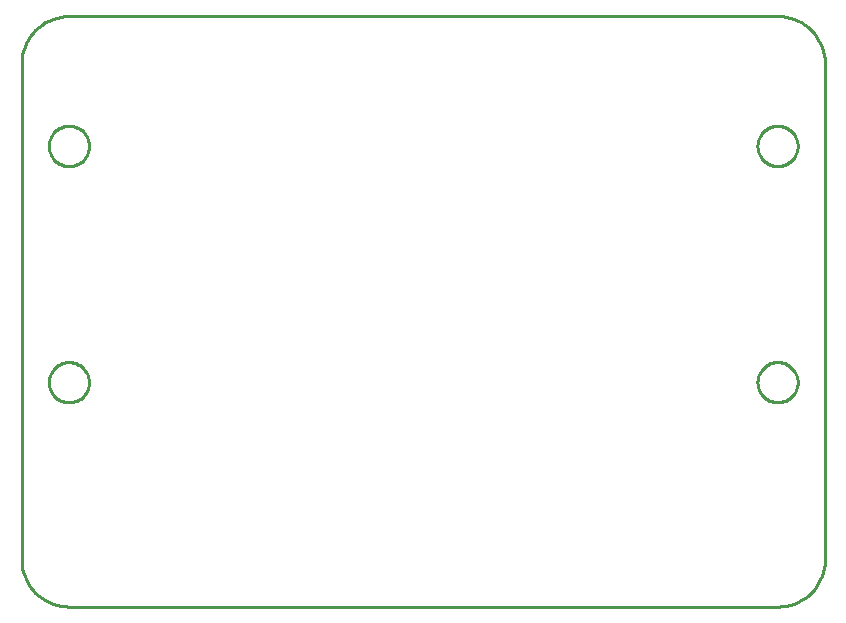
<source format=gbr>
G04 EAGLE Gerber RS-274X export*
G75*
%MOMM*%
%FSLAX34Y34*%
%LPD*%
%IN*%
%IPPOS*%
%AMOC8*
5,1,8,0,0,1.08239X$1,22.5*%
G01*
G04 Define Apertures*
%ADD10C,0.254000*%
D10*
X0Y40000D02*
X152Y36514D01*
X608Y33054D01*
X1363Y29647D01*
X2412Y26319D01*
X3748Y23095D01*
X5359Y20000D01*
X7234Y17057D01*
X9358Y14289D01*
X11716Y11716D01*
X14289Y9358D01*
X17057Y7234D01*
X20000Y5359D01*
X23095Y3748D01*
X26319Y2412D01*
X29647Y1363D01*
X33054Y608D01*
X36514Y152D01*
X40000Y0D01*
X640000Y0D01*
X643486Y152D01*
X646946Y608D01*
X650353Y1363D01*
X653681Y2412D01*
X656905Y3748D01*
X660000Y5359D01*
X662943Y7234D01*
X665712Y9358D01*
X668284Y11716D01*
X670642Y14289D01*
X672766Y17057D01*
X674641Y20000D01*
X676252Y23095D01*
X677588Y26319D01*
X678637Y29647D01*
X679392Y33054D01*
X679848Y36514D01*
X680000Y40000D01*
X680000Y460000D01*
X679848Y463486D01*
X679392Y466946D01*
X678637Y470353D01*
X677588Y473681D01*
X676252Y476905D01*
X674641Y480000D01*
X672766Y482943D01*
X670642Y485712D01*
X668284Y488284D01*
X665712Y490642D01*
X662943Y492766D01*
X660000Y494641D01*
X656905Y496252D01*
X653681Y497588D01*
X650353Y498637D01*
X646946Y499392D01*
X643486Y499848D01*
X640000Y500000D01*
X40000Y500000D01*
X36514Y499848D01*
X33054Y499392D01*
X29647Y498637D01*
X26319Y497588D01*
X23095Y496252D01*
X20000Y494641D01*
X17057Y492766D01*
X14289Y490642D01*
X11716Y488284D01*
X9358Y485712D01*
X7234Y482943D01*
X5359Y480000D01*
X3748Y476905D01*
X2412Y473681D01*
X1363Y470353D01*
X608Y466946D01*
X152Y463486D01*
X0Y460000D01*
X0Y40000D01*
X57000Y389443D02*
X56927Y388333D01*
X56782Y387229D01*
X56565Y386138D01*
X56277Y385063D01*
X55919Y384009D01*
X55493Y382980D01*
X55001Y381982D01*
X54444Y381018D01*
X53826Y380093D01*
X53148Y379210D01*
X52414Y378373D01*
X51627Y377586D01*
X50790Y376852D01*
X49907Y376174D01*
X48982Y375556D01*
X48018Y374999D01*
X47020Y374507D01*
X45991Y374081D01*
X44937Y373723D01*
X43862Y373435D01*
X42771Y373218D01*
X41667Y373073D01*
X40557Y373000D01*
X39443Y373000D01*
X38333Y373073D01*
X37229Y373218D01*
X36138Y373435D01*
X35063Y373723D01*
X34009Y374081D01*
X32980Y374507D01*
X31982Y374999D01*
X31018Y375556D01*
X30093Y376174D01*
X29210Y376852D01*
X28373Y377586D01*
X27586Y378373D01*
X26852Y379210D01*
X26174Y380093D01*
X25556Y381018D01*
X24999Y381982D01*
X24507Y382980D01*
X24081Y384009D01*
X23723Y385063D01*
X23435Y386138D01*
X23218Y387229D01*
X23073Y388333D01*
X23000Y389443D01*
X23000Y390557D01*
X23073Y391667D01*
X23218Y392771D01*
X23435Y393862D01*
X23723Y394937D01*
X24081Y395991D01*
X24507Y397020D01*
X24999Y398018D01*
X25556Y398982D01*
X26174Y399907D01*
X26852Y400790D01*
X27586Y401627D01*
X28373Y402414D01*
X29210Y403148D01*
X30093Y403826D01*
X31018Y404444D01*
X31982Y405001D01*
X32980Y405493D01*
X34009Y405919D01*
X35063Y406277D01*
X36138Y406565D01*
X37229Y406782D01*
X38333Y406927D01*
X39443Y407000D01*
X40557Y407000D01*
X41667Y406927D01*
X42771Y406782D01*
X43862Y406565D01*
X44937Y406277D01*
X45991Y405919D01*
X47020Y405493D01*
X48018Y405001D01*
X48982Y404444D01*
X49907Y403826D01*
X50790Y403148D01*
X51627Y402414D01*
X52414Y401627D01*
X53148Y400790D01*
X53826Y399907D01*
X54444Y398982D01*
X55001Y398018D01*
X55493Y397020D01*
X55919Y395991D01*
X56277Y394937D01*
X56565Y393862D01*
X56782Y392771D01*
X56927Y391667D01*
X57000Y390557D01*
X57000Y389443D01*
X657000Y389443D02*
X656927Y388333D01*
X656782Y387229D01*
X656565Y386138D01*
X656277Y385063D01*
X655919Y384009D01*
X655493Y382980D01*
X655001Y381982D01*
X654444Y381018D01*
X653826Y380093D01*
X653148Y379210D01*
X652414Y378373D01*
X651627Y377586D01*
X650790Y376852D01*
X649907Y376174D01*
X648982Y375556D01*
X648018Y374999D01*
X647020Y374507D01*
X645991Y374081D01*
X644937Y373723D01*
X643862Y373435D01*
X642771Y373218D01*
X641667Y373073D01*
X640557Y373000D01*
X639443Y373000D01*
X638333Y373073D01*
X637229Y373218D01*
X636138Y373435D01*
X635063Y373723D01*
X634009Y374081D01*
X632980Y374507D01*
X631982Y374999D01*
X631018Y375556D01*
X630093Y376174D01*
X629210Y376852D01*
X628373Y377586D01*
X627586Y378373D01*
X626852Y379210D01*
X626174Y380093D01*
X625556Y381018D01*
X624999Y381982D01*
X624507Y382980D01*
X624081Y384009D01*
X623723Y385063D01*
X623435Y386138D01*
X623218Y387229D01*
X623073Y388333D01*
X623000Y389443D01*
X623000Y390557D01*
X623073Y391667D01*
X623218Y392771D01*
X623435Y393862D01*
X623723Y394937D01*
X624081Y395991D01*
X624507Y397020D01*
X624999Y398018D01*
X625556Y398982D01*
X626174Y399907D01*
X626852Y400790D01*
X627586Y401627D01*
X628373Y402414D01*
X629210Y403148D01*
X630093Y403826D01*
X631018Y404444D01*
X631982Y405001D01*
X632980Y405493D01*
X634009Y405919D01*
X635063Y406277D01*
X636138Y406565D01*
X637229Y406782D01*
X638333Y406927D01*
X639443Y407000D01*
X640557Y407000D01*
X641667Y406927D01*
X642771Y406782D01*
X643862Y406565D01*
X644937Y406277D01*
X645991Y405919D01*
X647020Y405493D01*
X648018Y405001D01*
X648982Y404444D01*
X649907Y403826D01*
X650790Y403148D01*
X651627Y402414D01*
X652414Y401627D01*
X653148Y400790D01*
X653826Y399907D01*
X654444Y398982D01*
X655001Y398018D01*
X655493Y397020D01*
X655919Y395991D01*
X656277Y394937D01*
X656565Y393862D01*
X656782Y392771D01*
X656927Y391667D01*
X657000Y390557D01*
X657000Y389443D01*
X57000Y189443D02*
X56927Y188333D01*
X56782Y187229D01*
X56565Y186138D01*
X56277Y185063D01*
X55919Y184009D01*
X55493Y182980D01*
X55001Y181982D01*
X54444Y181018D01*
X53826Y180093D01*
X53148Y179210D01*
X52414Y178373D01*
X51627Y177586D01*
X50790Y176852D01*
X49907Y176174D01*
X48982Y175556D01*
X48018Y174999D01*
X47020Y174507D01*
X45991Y174081D01*
X44937Y173723D01*
X43862Y173435D01*
X42771Y173218D01*
X41667Y173073D01*
X40557Y173000D01*
X39443Y173000D01*
X38333Y173073D01*
X37229Y173218D01*
X36138Y173435D01*
X35063Y173723D01*
X34009Y174081D01*
X32980Y174507D01*
X31982Y174999D01*
X31018Y175556D01*
X30093Y176174D01*
X29210Y176852D01*
X28373Y177586D01*
X27586Y178373D01*
X26852Y179210D01*
X26174Y180093D01*
X25556Y181018D01*
X24999Y181982D01*
X24507Y182980D01*
X24081Y184009D01*
X23723Y185063D01*
X23435Y186138D01*
X23218Y187229D01*
X23073Y188333D01*
X23000Y189443D01*
X23000Y190557D01*
X23073Y191667D01*
X23218Y192771D01*
X23435Y193862D01*
X23723Y194937D01*
X24081Y195991D01*
X24507Y197020D01*
X24999Y198018D01*
X25556Y198982D01*
X26174Y199907D01*
X26852Y200790D01*
X27586Y201627D01*
X28373Y202414D01*
X29210Y203148D01*
X30093Y203826D01*
X31018Y204444D01*
X31982Y205001D01*
X32980Y205493D01*
X34009Y205919D01*
X35063Y206277D01*
X36138Y206565D01*
X37229Y206782D01*
X38333Y206927D01*
X39443Y207000D01*
X40557Y207000D01*
X41667Y206927D01*
X42771Y206782D01*
X43862Y206565D01*
X44937Y206277D01*
X45991Y205919D01*
X47020Y205493D01*
X48018Y205001D01*
X48982Y204444D01*
X49907Y203826D01*
X50790Y203148D01*
X51627Y202414D01*
X52414Y201627D01*
X53148Y200790D01*
X53826Y199907D01*
X54444Y198982D01*
X55001Y198018D01*
X55493Y197020D01*
X55919Y195991D01*
X56277Y194937D01*
X56565Y193862D01*
X56782Y192771D01*
X56927Y191667D01*
X57000Y190557D01*
X57000Y189443D01*
X657000Y189443D02*
X656927Y188333D01*
X656782Y187229D01*
X656565Y186138D01*
X656277Y185063D01*
X655919Y184009D01*
X655493Y182980D01*
X655001Y181982D01*
X654444Y181018D01*
X653826Y180093D01*
X653148Y179210D01*
X652414Y178373D01*
X651627Y177586D01*
X650790Y176852D01*
X649907Y176174D01*
X648982Y175556D01*
X648018Y174999D01*
X647020Y174507D01*
X645991Y174081D01*
X644937Y173723D01*
X643862Y173435D01*
X642771Y173218D01*
X641667Y173073D01*
X640557Y173000D01*
X639443Y173000D01*
X638333Y173073D01*
X637229Y173218D01*
X636138Y173435D01*
X635063Y173723D01*
X634009Y174081D01*
X632980Y174507D01*
X631982Y174999D01*
X631018Y175556D01*
X630093Y176174D01*
X629210Y176852D01*
X628373Y177586D01*
X627586Y178373D01*
X626852Y179210D01*
X626174Y180093D01*
X625556Y181018D01*
X624999Y181982D01*
X624507Y182980D01*
X624081Y184009D01*
X623723Y185063D01*
X623435Y186138D01*
X623218Y187229D01*
X623073Y188333D01*
X623000Y189443D01*
X623000Y190557D01*
X623073Y191667D01*
X623218Y192771D01*
X623435Y193862D01*
X623723Y194937D01*
X624081Y195991D01*
X624507Y197020D01*
X624999Y198018D01*
X625556Y198982D01*
X626174Y199907D01*
X626852Y200790D01*
X627586Y201627D01*
X628373Y202414D01*
X629210Y203148D01*
X630093Y203826D01*
X631018Y204444D01*
X631982Y205001D01*
X632980Y205493D01*
X634009Y205919D01*
X635063Y206277D01*
X636138Y206565D01*
X637229Y206782D01*
X638333Y206927D01*
X639443Y207000D01*
X640557Y207000D01*
X641667Y206927D01*
X642771Y206782D01*
X643862Y206565D01*
X644937Y206277D01*
X645991Y205919D01*
X647020Y205493D01*
X648018Y205001D01*
X648982Y204444D01*
X649907Y203826D01*
X650790Y203148D01*
X651627Y202414D01*
X652414Y201627D01*
X653148Y200790D01*
X653826Y199907D01*
X654444Y198982D01*
X655001Y198018D01*
X655493Y197020D01*
X655919Y195991D01*
X656277Y194937D01*
X656565Y193862D01*
X656782Y192771D01*
X656927Y191667D01*
X657000Y190557D01*
X657000Y189443D01*
M02*

</source>
